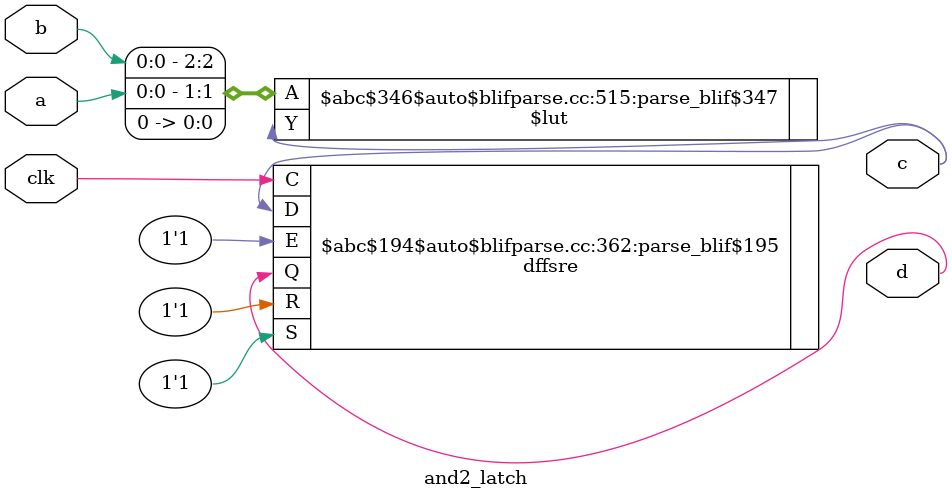
<source format=v>
/* Generated by Yosys 0.17+76 (git sha1 035496b50, gcc 9.1.0 -fPIC -Os) */

(* top =  1  *)
(* src = "./rtl/and2_latch/and2_latch.v:9.1-29.10" *)
module and2_latch(a, b, clk, c, d);
  (* src = "./rtl/and2_latch/and2_latch.v:18.12-18.13" *)
  input a;
  wire a;
  (* src = "./rtl/and2_latch/and2_latch.v:19.12-19.13" *)
  input b;
  wire b;
  (* src = "./rtl/and2_latch/and2_latch.v:20.13-20.14" *)
  output c;
  wire c;
  (* src = "./rtl/and2_latch/and2_latch.v:16.12-16.15" *)
  input clk;
  wire clk;
  (* src = "./rtl/and2_latch/and2_latch.v:21.12-21.13" *)
  output d;
  wire d;
  (* module_not_derived = 32'h00000001 *)
  (* src = "/home/users/eda_tools/opensource/yosys_verifc/yosys_verific_rs/yosys/install/bin/../share/yosys/rapidsilicon/genesis/ffs_map.v:18.12-18.81" *)
  dffsre \$abc$194$auto$blifparse.cc:362:parse_blif$195  (
    .C(clk),
    .D(c),
    .E(1'h1),
    .Q(d),
    .R(1'h1),
    .S(1'h1)
  );
  \$lut  #(
    .LUT(8'hca),
    .WIDTH(32'h00000003)
  ) \$abc$346$auto$blifparse.cc:515:parse_blif$347  (
    .A({ b, a, 1'h0 }),
    .Y(c)
  );
endmodule

</source>
